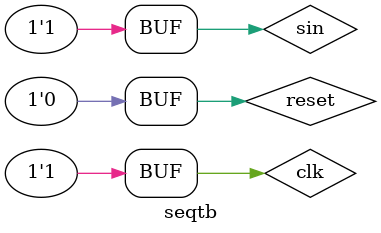
<source format=v>
module seqtb;
reg sin,clk,reset;
wire y;
det d1(sin,clk,reset,y);
initial
begin
clk = 1'b0;
repeat (401)
#5 clk = ~clk;
end
initial
begin
$monitor($time,"sin=%b,clk=%b,reset=%b,y=%b",sin,clk,reset,y);
reset = 1;sin=0;
#10 reset =0;
#10 sin = 1;
#10 sin = 0;
#10 sin = 1;
#10 sin = 1;
#10 sin = 0;
#10 sin = 0;
#10 sin = 1;
#10 sin = 1;
#10 sin = 1;
#10 sin = 1;
end
initial
begin
   $dumpfile ("seqtb.vcd");
   $dumpvars (0,seqtb);
end
endmodule

</source>
